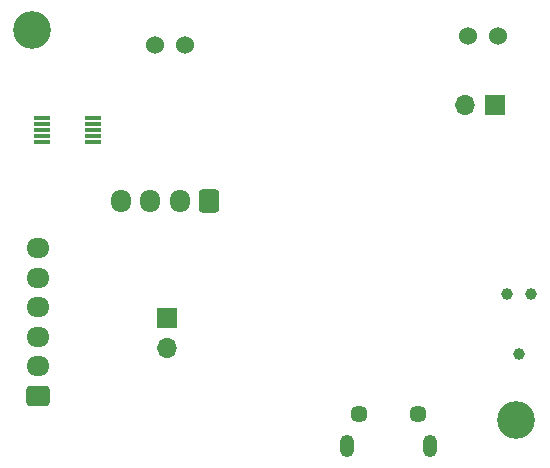
<source format=gbs>
G04 #@! TF.GenerationSoftware,KiCad,Pcbnew,8.0.2*
G04 #@! TF.CreationDate,2025-02-01T15:31:24-07:00*
G04 #@! TF.ProjectId,sdm25wheel,73646d32-3577-4686-9565-6c2e6b696361,v1.1*
G04 #@! TF.SameCoordinates,Original*
G04 #@! TF.FileFunction,Soldermask,Bot*
G04 #@! TF.FilePolarity,Negative*
%FSLAX46Y46*%
G04 Gerber Fmt 4.6, Leading zero omitted, Abs format (unit mm)*
G04 Created by KiCad (PCBNEW 8.0.2) date 2025-02-01 15:31:24*
%MOMM*%
%LPD*%
G01*
G04 APERTURE LIST*
G04 Aperture macros list*
%AMRoundRect*
0 Rectangle with rounded corners*
0 $1 Rounding radius*
0 $2 $3 $4 $5 $6 $7 $8 $9 X,Y pos of 4 corners*
0 Add a 4 corners polygon primitive as box body*
4,1,4,$2,$3,$4,$5,$6,$7,$8,$9,$2,$3,0*
0 Add four circle primitives for the rounded corners*
1,1,$1+$1,$2,$3*
1,1,$1+$1,$4,$5*
1,1,$1+$1,$6,$7*
1,1,$1+$1,$8,$9*
0 Add four rect primitives between the rounded corners*
20,1,$1+$1,$2,$3,$4,$5,0*
20,1,$1+$1,$4,$5,$6,$7,0*
20,1,$1+$1,$6,$7,$8,$9,0*
20,1,$1+$1,$8,$9,$2,$3,0*%
G04 Aperture macros list end*
%ADD10C,0.990600*%
%ADD11RoundRect,0.250000X0.725000X-0.600000X0.725000X0.600000X-0.725000X0.600000X-0.725000X-0.600000X0*%
%ADD12O,1.950000X1.700000*%
%ADD13C,1.524000*%
%ADD14C,3.200000*%
%ADD15O,1.200000X1.900000*%
%ADD16C,1.450000*%
%ADD17RoundRect,0.250000X0.600000X0.725000X-0.600000X0.725000X-0.600000X-0.725000X0.600000X-0.725000X0*%
%ADD18O,1.700000X1.950000*%
%ADD19R,1.700000X1.700000*%
%ADD20O,1.700000X1.700000*%
%ADD21RoundRect,0.070000X-0.630000X-0.070000X0.630000X-0.070000X0.630000X0.070000X-0.630000X0.070000X0*%
G04 APERTURE END LIST*
D10*
X196235000Y-106410000D03*
X195219000Y-101330000D03*
X197251000Y-101330000D03*
D11*
X155500000Y-110000000D03*
D12*
X155500000Y-107500000D03*
X155500000Y-105000000D03*
X155500000Y-102500000D03*
X155500000Y-100000000D03*
X155500000Y-97500000D03*
D13*
X194440000Y-79500000D03*
X191900000Y-79500000D03*
X167970000Y-80270000D03*
X165430000Y-80270000D03*
D14*
X196000000Y-112000000D03*
D15*
X181700000Y-114200000D03*
D16*
X182700000Y-111500000D03*
X187700000Y-111500000D03*
D15*
X188700000Y-114200000D03*
D17*
X170000000Y-93500000D03*
D18*
X167500000Y-93500000D03*
X165000000Y-93500000D03*
X162500000Y-93500000D03*
D19*
X194175000Y-85400000D03*
D20*
X191635000Y-85400000D03*
D21*
X155860000Y-86500000D03*
X155860000Y-87000000D03*
X155860000Y-87500000D03*
X155860000Y-88000000D03*
X155860000Y-88500000D03*
X160140000Y-88500000D03*
X160140000Y-88000000D03*
X160140000Y-87500000D03*
X160140000Y-87000000D03*
X160140000Y-86500000D03*
D14*
X155000000Y-79000000D03*
D19*
X166400000Y-103360000D03*
D20*
X166400000Y-105900000D03*
M02*

</source>
